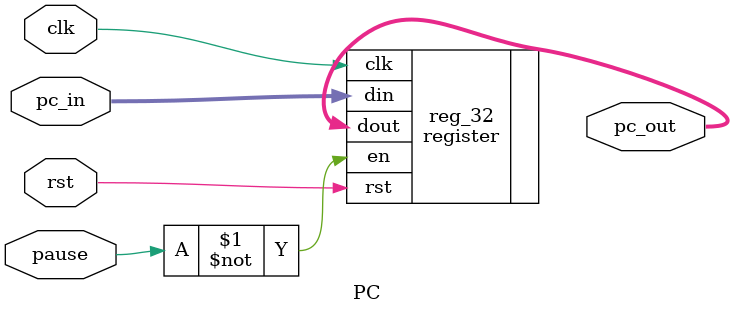
<source format=v>
module PC (
    input [31:0] pc_in,
    input clk, rst, pause,
    output [31:0] pc_out
);
    register reg_32(
        .clk    (clk),
        .rst    (rst),
        .en     (~pause),  // when en == 0, register are ineffective
        .din    (pc_in), 
        .dout   (pc_out)
    );
endmodule
</source>
